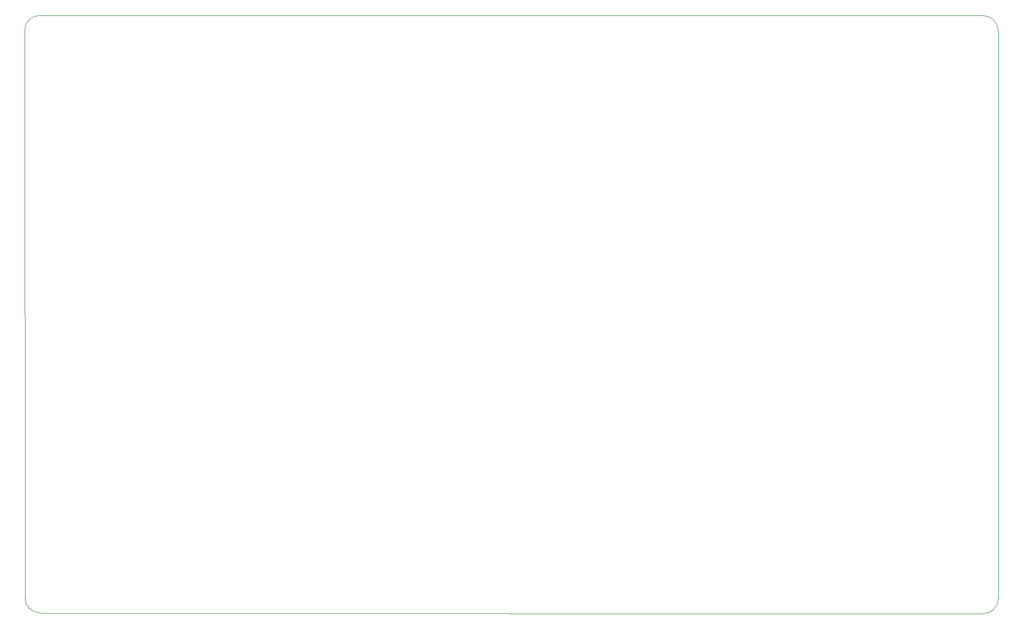
<source format=gtp>
G04 #@! TF.GenerationSoftware,KiCad,Pcbnew,(6.0.7)*
G04 #@! TF.CreationDate,2022-09-07T21:36:53+00:00*
G04 #@! TF.ProjectId,zzsplit-bottom-right,7a7a7370-6c69-4742-9d62-6f74746f6d2d,rev?*
G04 #@! TF.SameCoordinates,Original*
G04 #@! TF.FileFunction,Paste,Top*
G04 #@! TF.FilePolarity,Positive*
%FSLAX46Y46*%
G04 Gerber Fmt 4.6, Leading zero omitted, Abs format (unit mm)*
G04 Created by KiCad (PCBNEW (6.0.7)) date 2022-09-07 21:36:53*
%MOMM*%
%LPD*%
G01*
G04 APERTURE LIST*
G04 #@! TA.AperFunction,Profile*
%ADD10C,0.100000*%
G04 #@! TD*
G04 APERTURE END LIST*
D10*
X236234019Y-51140000D02*
X236264000Y-145000000D01*
X236234019Y-51140000D02*
G75*
G03*
X233744000Y-48640001I-2500019J0D01*
G01*
X233743920Y-147509980D02*
G75*
G03*
X236264000Y-145000000I10080J2509980D01*
G01*
X233743920Y-147509980D02*
X77874000Y-147370000D01*
X77834000Y-48610000D02*
G75*
G03*
X75334000Y-51110000I0J-2500000D01*
G01*
X77834000Y-48610000D02*
X233744000Y-48640001D01*
X75374000Y-144870000D02*
G75*
G03*
X77874000Y-147370000I2500000J0D01*
G01*
X75334000Y-51110000D02*
X75374000Y-144870000D01*
M02*

</source>
